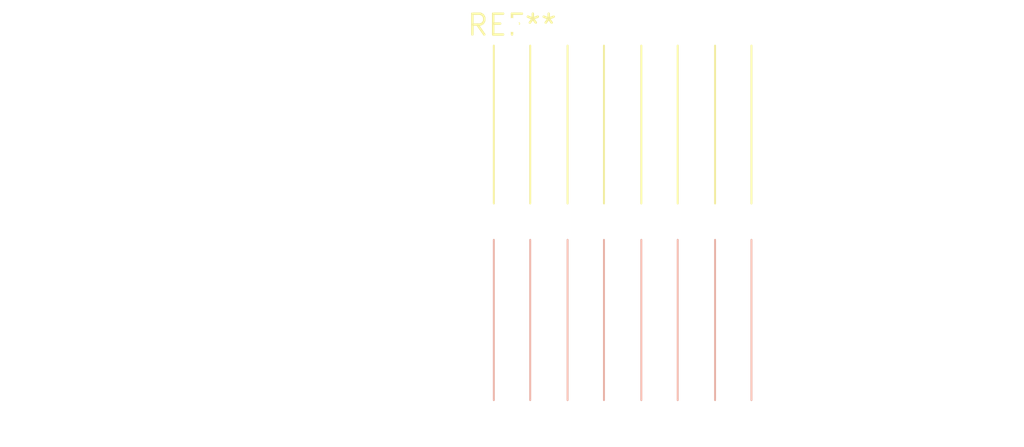
<source format=kicad_pcb>
(kicad_pcb (version 20240108) (generator pcbnew)
  (layers (0 "F.Cu" signal) (31 "B.Cu" signal) (34 "B.Paste" user) (35 "F.Paste" user) (36 "B.SilkS" user "B.Silkscreen") (37 "F.SilkS" user "F.Silkscreen") (38 "B.Mask" user) (39 "F.Mask" user) (44 "Edge.Cuts" user))
  (net 0 "")
  (footprint "SolderWire-0.25sqmm_1x04_P4.5mm_D0.65mm_OD2mm_Relief2x" (layer "F.Cu") (at 0 0)
    (property "Reference" "REF**")
    (property "Value" "SolderWire-0.25sqmm_1x04_P4.5mm_D0.65mm_OD2mm_Relief2x")
    (fp_line (start -1.11 13.11) (end -1.11 22.89) (layer "B.SilkS") (stroke (width 0.12)))
    (fp_line (start 1.11 13.11) (end 1.11 22.89) (layer "B.SilkS") (stroke (width 0.12)))
    (fp_line (start 3.39 13.11) (end 3.39 22.89) (layer "B.SilkS") (stroke (width 0.12)))
    (fp_line (start 5.61 13.11) (end 5.61 22.89) (layer "B.SilkS") (stroke (width 0.12)))
    (fp_line (start 7.89 13.11) (end 7.89 22.89) (layer "B.SilkS") (stroke (width 0.12)))
    (fp_line (start 10.11 13.11) (end 10.11 22.89) (layer "B.SilkS") (stroke (width 0.12)))
    (fp_line (start 12.39 13.11) (end 12.39 22.89) (layer "B.SilkS") (stroke (width 0.12)))
    (fp_line (start 14.61 13.11) (end 14.61 22.89) (layer "B.SilkS") (stroke (width 0.12)))
    (fp_line (start -1.11 1.26) (end -1.11 10.89) (layer "F.SilkS") (stroke (width 0.12)))
    (fp_line (start 1.11 1.26) (end 1.11 10.89) (layer "F.SilkS") (stroke (width 0.12)))
    (fp_line (start 3.39 1.26) (end 3.39 10.89) (layer "F.SilkS") (stroke (width 0.12)))
    (fp_line (start 5.61 1.26) (end 5.61 10.89) (layer "F.SilkS") (stroke (width 0.12)))
    (fp_line (start 7.89 1.26) (end 7.89 10.89) (layer "F.SilkS") (stroke (width 0.12)))
    (fp_line (start 10.11 1.26) (end 10.11 10.89) (layer "F.SilkS") (stroke (width 0.12)))
    (fp_line (start 12.39 1.26) (end 12.39 10.89) (layer "F.SilkS") (stroke (width 0.12)))
    (fp_line (start 14.61 1.26) (end 14.61 10.89) (layer "F.SilkS") (stroke (width 0.12)))
    (pad "" np_thru_hole circle (at 0 12) (size 2.5 2.5) (drill 2.5) (layers *.Cu *.Mask))
    (pad "" np_thru_hole circle (at 0 24) (size 2.5 2.5) (drill 2.5) (layers *.Cu *.Mask))
    (pad "" np_thru_hole circle (at 4.5 12) (size 2.5 2.5) (drill 2.5) (layers *.Cu *.Mask))
    (pad "" np_thru_hole circle (at 4.5 24) (size 2.5 2.5) (drill 2.5) (layers *.Cu *.Mask))
    (pad "" np_thru_hole circle (at 9 12) (size 2.5 2.5) (drill 2.5) (layers *.Cu *.Mask))
    (pad "" np_thru_hole circle (at 9 24) (size 2.5 2.5) (drill 2.5) (layers *.Cu *.Mask))
    (pad "" np_thru_hole circle (at 13.5 12) (size 2.5 2.5) (drill 2.5) (layers *.Cu *.Mask))
    (pad "" np_thru_hole circle (at 13.5 24) (size 2.5 2.5) (drill 2.5) (layers *.Cu *.Mask))
    (pad "1" thru_hole roundrect (at 0 0) (size 2 2) (drill 0.85) (layers *.Cu *.Mask) (remove_unused_layers) (roundrect_rratio 0.125))
    (pad "2" thru_hole circle (at 4.5 0) (size 2 2) (drill 0.85) (layers *.Cu *.Mask) (remove_unused_layers))
    (pad "3" thru_hole circle (at 9 0) (size 2 2) (drill 0.85) (layers *.Cu *.Mask) (remove_unused_layers))
    (pad "4" thru_hole circle (at 13.5 0) (size 2 2) (drill 0.85) (layers *.Cu *.Mask) (remove_unused_layers))
  )
)
</source>
